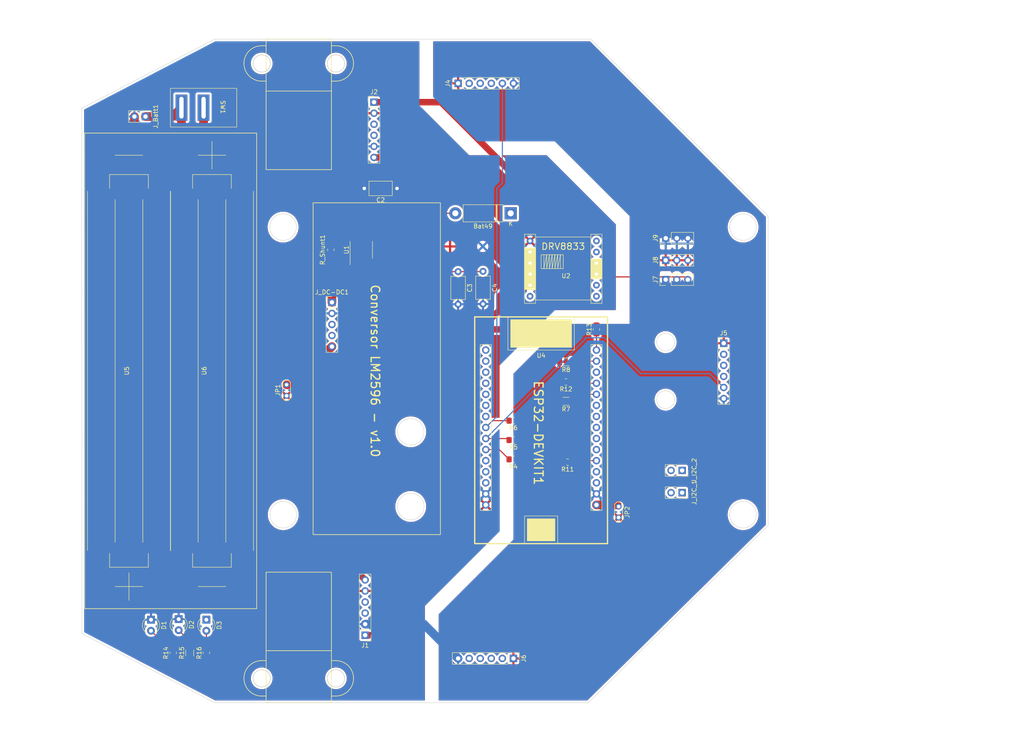
<source format=kicad_pcb>
(kicad_pcb (version 20211014) (generator pcbnew)
  (layers (0 "F.Cu" signal) (1 "In1.Cu" signal) (2 "In2.Cu" signal) (31 "B.Cu" signal) (34 "B.Paste" user) (35 "F.Paste" user) (36 "B.SilkS" user "B.Silkscreen") (37 "F.SilkS" user "F.Silkscreen") (38 "B.Mask" user) (39 "F.Mask" user) (44 "Edge.Cuts" user))
  (net 0 "")
  (net 1 "+BATT")
  (net 2 "GND")
  (net 3 "+5V")
  (net 4 "Net-(C3-Pad1)")
  (net 5 "VDC")
  (net 6 "Net-(JP2-Pad1)")
  (net 7 "/BATTERY_VOLTAGE")
  (net 8 "/PWM_LEFT-")
  (net 9 "/M_RIGHT-")
  (net 10 "/ENC_RIGHT_B")
  (net 11 "/ENC_RIGHT_A")
  (net 12 "/M_RIGHT+")
  (net 13 "+3V3")
  (net 14 "/GPIO1_L")
  (net 15 "/SDA")
  (net 16 "/SCL")
  (net 17 "/XSHUT_L")
  (net 18 "/GPIO1_C")
  (net 19 "/XSHUT_C")
  (net 20 "/GPIO1_R")
  (net 21 "/XSHUT_R")
  (net 22 "/PWM_LEFT+")
  (net 23 "VCC")
  (net 24 "/BATTERY_CURRENT")
  (net 26 "/PWM_RIGHT+")
  (net 27 "/PWM_RIGHT-")
  (net 28 "-BATT")
  (net 29 "Net-(D1-Pad2)")
  (net 30 "/M_LEFT+")
  (net 31 "/M_LEFT-")
  (net 32 "Net-(D2-Pad2)")
  (net 34 "/ENC_LEFT_B")
  (net 35 "/ENC_LEFT_A")
  (net 37 "Net-(D3-Pad2)")
  (net 40 "Net-(JP1-Pad2)")
  (net 44 "Net-(D3-Pad1)")
  (net 46 "/Vbe")
  (net 47 "/Vce")
  (footprint "TestPoint:TestPoint_2Pads_Pitch2.54mm_Drill0.8mm" (layer "F.Cu") (at 77.47 109.855 90)
    (fp_text reference "JP1" (at 1.3 -2 90) (layer "F.SilkS"))
    (fp_text value "Jumper_2_Open")
    (pad "1" thru_hole circle (at 0 0 90) (size 1.4 1.4) (drill 0.8) (layers *.Cu *.Mask) (net 3 "+5V"))
    (pad "2" thru_hole circle (at 2.54 0 90) (size 1.4 1.4) (drill 0.8) (layers *.Cu *.Mask) (net 40 "Net-(JP1-Pad2)"))
  )
  (footprint "TFG:SPDT Switch" (layer "F.Cu") (at 58.42 43.688)
    (fp_text reference "SW1" (at 4.425 -0.127 270 unlocked) (layer "F.SilkS"))
    (fp_text value "SW_SPST")
    (pad "1" thru_hole rect (at -5.08 0) (size 2.7 6) (drill oval 1 5) (layers *.Cu *.Mask) (net 1 "+BATT"))
    (pad "2" thru_hole rect (at 0 0) (size 2.7 6) (drill oval 1 5) (layers *.Cu *.Mask) (net 23 "VCC"))
  )
  (footprint "Connector_PinHeader_2.54mm:PinHeader_1x06_P2.54mm_Vertical" (layer "F.Cu") (at 95.504 164.846 180)
    (fp_text reference "J1" (at 0 -2.33) (layer "F.SilkS"))
    (fp_text value "Motor_Right")
    (pad "1" thru_hole rect (at 0 0 180) (size 1.7 1.7) (drill 1) (layers *.Cu *.Mask) (net 9 "/M_RIGHT-"))
    (pad "2" thru_hole oval (at 0 2.54 180) (size 1.7 1.7) (drill 1) (layers *.Cu *.Mask) (net 2 "GND"))
    (pad "3" thru_hole oval (at 0 5.08 180) (size 1.7 1.7) (drill 1) (layers *.Cu *.Mask) (net 10 "/ENC_RIGHT_B"))
    (pad "4" thru_hole oval (at 0 7.62 180) (size 1.7 1.7) (drill 1) (layers *.Cu *.Mask) (net 11 "/ENC_RIGHT_A"))
    (pad "5" thru_hole oval (at 0 10.16 180) (size 1.7 1.7) (drill 1) (layers *.Cu *.Mask) (net 3 "+5V"))
    (pad "6" thru_hole oval (at 0 12.7 180) (size 1.7 1.7) (drill 1) (layers *.Cu *.Mask) (net 12 "/M_RIGHT+"))
  )
  (footprint "Connector_PinHeader_2.54mm:PinHeader_1x03_P2.54mm_Vertical" (layer "F.Cu") (at 164.495 73.66 90)
    (fp_text reference "J9" (at 0 -2.33 90) (layer "F.SilkS"))
    (fp_text value "Conn_01x03")
    (pad "1" thru_hole rect (at 0 0 90) (size 1.7 1.7) (drill 1) (layers *.Cu *.Mask) (net 2 "GND"))
    (pad "2" thru_hole oval (at 0 2.54 90) (size 1.7 1.7) (drill 1) (layers *.Cu *.Mask) (net 2 "GND"))
    (pad "3" thru_hole oval (at 0 5.08 90) (size 1.7 1.7) (drill 1) (layers *.Cu *.Mask) (net 2 "GND"))
  )
  (footprint "Connector_PinHeader_2.54mm:PinHeader_1x03_P2.54mm_Vertical" (layer "F.Cu") (at 164.48 83.185 90)
    (fp_text reference "J7" (at 0 -2.33 90) (layer "F.SilkS"))
    (fp_text value "Conn_01x03")
    (pad "1" thru_hole rect (at 0 0 90) (size 1.7 1.7) (drill 1) (layers *.Cu *.Mask) (net 3 "+5V"))
    (pad "2" thru_hole oval (at 0 2.54 90) (size 1.7 1.7) (drill 1) (layers *.Cu *.Mask) (net 3 "+5V"))
    (pad "3" thru_hole oval (at 0 5.08 90) (size 1.7 1.7) (drill 1) (layers *.Cu *.Mask) (net 3 "+5V"))
  )
  (footprint "Resistor_SMD:R_0805_2012Metric" (layer "F.Cu") (at 51.435 168.91 90)
    (fp_text reference "R14" (at 0 -1.65 90) (layer "F.SilkS"))
    (fp_text value "300")
    (pad "1" smd roundrect (at -0.9125 0 90) (size 1.025 1.4) (layers "F.Cu" "F.Paste" "F.Mask") (roundrect_rratio 0.243902) (net 1 "+BATT"))
    (pad "2" smd roundrect (at 0.9125 0 90) (size 1.025 1.4) (layers "F.Cu" "F.Paste" "F.Mask") (roundrect_rratio 0.243902) (net 29 "Net-(D1-Pad2)"))
  )
  (footprint "TFG:DRV8833" (layer "F.Cu") (at 141.605 80.645)
    (fp_text reference "U2" (at 0 1.675 unlocked) (layer "F.SilkS"))
    (fp_text value "DRV8833")
    (pad "1" thru_hole circle (at -8.255 -6.35) (size 1.524 1.524) (drill 0.762) (layers *.Cu *.Mask) (net 3 "+5V"))
    (pad "2" thru_hole rect (at -8.255 -3.81) (size 1.524 1.524) (drill 0.762) (layers *.Cu *.Mask) (net 30 "/M_LEFT+"))
    (pad "3" thru_hole rect (at -8.255 -1.27) (size 1.524 1.524) (drill 0.762) (layers *.Cu *.Mask) (net 31 "/M_LEFT-"))
    (pad "4" thru_hole rect (at -8.255 1.27) (size 1.524 1.524) (drill 0.762) (layers *.Cu *.Mask) (net 12 "/M_RIGHT+"))
    (pad "5" thru_hole rect (at -8.255 3.81) (size 1.524 1.524) (drill 0.762) (layers *.Cu *.Mask) (net 9 "/M_RIGHT-"))
    (pad "6" thru_hole circle (at -8.255 6.35) (size 1.524 1.524) (drill 0.762) (layers *.Cu *.Mask))
    (pad "7" thru_hole circle (at 6.985 6.35) (size 1.524 1.524) (drill 0.762) (layers *.Cu *.Mask) (net 26 "/PWM_RIGHT+"))
    (pad "8" thru_hole circle (at 6.985 3.81) (size 1.524 1.524) (drill 0.762) (layers *.Cu *.Mask) (net 27 "/PWM_RIGHT-"))
    (pad "9" thru_hole rect (at 6.985 1.27) (size 1.524 1.524) (drill 0.762) (layers *.Cu *.Mask) (net 3 "+5V"))
    (pad "10" thru_hole rect (at 6.985 -1.27) (size 1.524 1.524) (drill 0.762) (layers *.Cu *.Mask) (net 2 "GND"))
    (pad "11" thru_hole circle (at 6.985 -3.81) (size 1.524 1.524) (drill 0.762) (layers *.Cu *.Mask) (net 22 "/PWM_LEFT+"))
    (pad "12" thru_hole circle (at 6.985 -6.35) (size 1.524 1.524) (drill 0.762) (layers *.Cu *.Mask) (net 8 "/PWM_LEFT-"))
  )
  (footprint "TFG:ESP32 DevKit-V1" (layer "F.Cu") (at 135.89 117.14)
    (fp_text reference "U4" (at 0 -16.53 unlocked) (layer "F.SilkS"))
    (fp_text value "Esp32-DevKit-V1")
    (pad "1" thru_hole circle (at -12.7 -17.78) (size 1.7 1.7) (drill 1) (layers *.Cu *.Mask))
    (pad "2" thru_hole circle (at -12.7 -15.24) (size 1.7 1.7) (drill 1) (layers *.Cu *.Mask) (net 35 "/ENC_LEFT_A"))
    (pad "3" thru_hole circle (at -12.7 -12.7) (size 1.7 1.7) (drill 1) (layers *.Cu *.Mask) (net 34 "/ENC_LEFT_B"))
    (pad "4" thru_hole circle (at -12.7 -10.16) (size 1.7 1.7) (drill 1) (layers *.Cu *.Mask) (net 11 "/ENC_RIGHT_A"))
    (pad "5" thru_hole circle (at -12.7 -7.62) (size 1.7 1.7) (drill 1) (layers *.Cu *.Mask) (net 10 "/ENC_RIGHT_B"))
    (pad "6" thru_hole circle (at -12.7 -5.08) (size 1.7 1.7) (drill 1) (layers *.Cu *.Mask) (net 24 "/BATTERY_CURRENT"))
    (pad "7" thru_hole circle (at -12.7 -2.54) (size 1.7 1.7) (drill 1) (layers *.Cu *.Mask) (net 7 "/BATTERY_VOLTAGE"))
    (pad "8" thru_hole circle (at -12.7 0) (size 1.7 1.7) (drill 1) (layers *.Cu *.Mask) (net 17 "/XSHUT_L"))
    (pad "9" thru_hole circle (at -12.7 2.54) (size 1.7 1.7) (drill 1) (layers *.Cu *.Mask) (net 19 "/XSHUT_C"))
    (pad "10" thru_hole circle (at -12.7 5.08) (size 1.7 1.7) (drill 1) (layers *.Cu *.Mask) (net 21 "/XSHUT_R"))
    (pad "11" thru_hole circle (at -12.7 7.62) (size 1.7 1.7) (drill 1) (layers *.Cu *.Mask) (net 8 "/PWM_LEFT-"))
    (pad "12" thru_hole circle (at -12.7 10.16) (size 1.7 1.7) (drill 1) (layers *.Cu *.Mask))
    (pad "13" thru_hole circle (at -12.7 12.7) (size 1.7 1.7) (drill 1) (layers *.Cu *.Mask) (net 22 "/PWM_LEFT+"))
    (pad "14" thru_hole circle (at -12.7 15.24) (size 1.7 1.7) (drill 1) (layers *.Cu *.Mask) (net 2 "GND"))
    (pad "15" thru_hole circle (at -12.7 17.78) (size 1.7 1.7) (drill 1) (layers *.Cu *.Mask) (net 3 "+5V"))
    (pad "16" thru_hole circle (at 12.7 17.78) (size 1.7 1.7) (drill 1) (layers *.Cu *.Mask) (net 6 "Net-(JP2-Pad1)"))
    (pad "17" thru_hole circle (at 12.7 15.24) (size 1.7 1.7) (drill 1) (layers *.Cu *.Mask) (net 2 "GND"))
    (pad "18" thru_hole circle (at 12.7 12.7) (size 1.7 1.7) (drill 1) (layers *.Cu *.Mask))
    (pad "19" thru_hole circle (at 12.7 10.16) (size 1.7 1.7) (drill 1) (layers *.Cu *.Mask))
    (pad "20" thru_hole circle (at 12.7 7.62) (size 1.7 1.7) (drill 1) (layers *.Cu *.Mask) (net 20 "/GPIO1_R"))
    (pad "21" thru_hole circle (at 12.7 5.08) (size 1.7 1.7) (drill 1) (layers *.Cu *.Mask))
    (pad "22" thru_hole circle (at 12.7 2.54) (size 1.7 1.7) (drill 1) (layers *.Cu *.Mask))
    (pad "23" thru_hole circle (at 12.7 0) (size 1.7 1.7) (drill 1) (layers *.Cu *.Mask))
    (pad "24" thru_hole circle (at 12.7 -2.54) (size 1.7 1.7) (drill 1) (layers *.Cu *.Mask) (net 26 "/PWM_RIGHT+"))
    (pad "25" thru_hole circle (at 12.7 -5.08) (size 1.7 1.7) (drill 1) (layers *.Cu *.Mask) (net 27 "/PWM_RIGHT-"))
    (pad "26" thru_hole circle (at 12.7 -7.62) (size 1.7 1.7) (drill 1) (layers *.Cu *.Mask) (net 15 "/SDA"))
    (pad "27" thru_hole circle (at 12.7 -10.16) (size 1.7 1.7) (drill 1) (layers *.Cu *.Mask) (net 14 "/GPIO1_L"))
    (pad "28" thru_hole circle (at 12.7 -12.7) (size 1.7 1.7) (drill 1) (layers *.Cu *.Mask))
    (pad "29" thru_hole circle (at 12.7 -15.24) (size 1.7 1.7) (drill 1) (layers *.Cu *.Mask) (net 16 "/SCL"))
    (pad "30" thru_hole circle (at 12.7 -17.78) (size 1.7 1.7) (drill 1) (layers *.Cu *.Mask) (net 18 "/GPIO1_C"))
  )
  (footprint "Resistor_SMD:R_0805_2012Metric" (layer "F.Cu") (at 87.63 76.327 -90)
    (fp_text reference "R_Shunt1" (at 0 1.905 90) (layer "F.SilkS"))
    (fp_text value "0.075 Ohm")
    (pad "1" smd roundrect (at -0.9125 0 270) (size 1.025 1.4) (layers "F.Cu" "F.Paste" "F.Mask") (roundrect_rratio 0.243902) (net 23 "VCC"))
    (pad "2" smd roundrect (at 0.9125 0 270) (size 1.025 1.4) (layers "F.Cu" "F.Paste" "F.Mask") (roundrect_rratio 0.243902) (net 5 "VDC"))
  )
  (footprint "Package_SO:SOIC-8_3.9x4.9mm_P1.27mm" (layer "F.Cu") (at 94.615 76.327 90)
    (fp_text reference "U1" (at 0 -3.4 90) (layer "F.SilkS"))
    (fp_text value "INA270")
    (pad "1" smd roundrect (at -2.475 -1.905 90) (size 1.95 0.6) (layers "F.Cu" "F.Paste" "F.Mask") (net 5 "VDC"))
    (pad "2" smd roundrect (at -2.475 -0.635 90) (size 1.95 0.6) (layers "F.Cu" "F.Paste" "F.Mask") (net 2 "GND"))
    (pad "3" smd roundrect (at -2.475 0.635 90) (size 1.95 0.6) (layers "F.Cu" "F.Paste" "F.Mask") (net 4 "Net-(C3-Pad1)"))
    (pad "4" smd roundrect (at -2.475 1.905 90) (size 1.95 0.6) (layers "F.Cu" "F.Paste" "F.Mask") (net 4 "Net-(C3-Pad1)"))
    (pad "5" smd roundrect (at 2.475 1.905 90) (size 1.95 0.6) (layers "F.Cu" "F.Paste" "F.Mask") (net 24 "/BATTERY_CURRENT"))
    (pad "6" smd roundrect (at 2.475 0.635 90) (size 1.95 0.6) (layers "F.Cu" "F.Paste" "F.Mask") (net 3 "+5V"))
    (pad "7" smd roundrect (at 2.475 -0.635 90) (size 1.95 0.6) (layers "F.Cu" "F.Paste" "F.Mask") (net 2 "GND"))
    (pad "8" smd roundrect (at 2.475 -1.905 90) (size 1.95 0.6) (layers "F.Cu" "F.Paste" "F.Mask") (net 23 "VCC"))
  )
  (footprint "Resistor_SMD:R_0805_2012Metric" (layer "F.Cu") (at 59.055 168.91 90)
    (fp_text reference "R16" (at 0 -1.65 90) (layer "F.SilkS"))
    (fp_text value "300")
    (pad "1" smd roundrect (at -0.9125 0 90) (size 1.025 1.4) (layers "F.Cu" "F.Paste" "F.Mask") (roundrect_rratio 0.243902) (net 1 "+BATT"))
    (pad "2" smd roundrect (at 0.9125 0 90) (size 1.025 1.4) (layers "F.Cu" "F.Paste" "F.Mask") (roundrect_rratio 0.243902) (net 37 "Net-(D3-Pad2)"))
  )
  (footprint "TFG:BatteryHolder_18650" (layer "F.Cu") (at 41.295 104.14 90)
    (fp_text reference "U5" (at 0 -0.5 90 unlocked) (layer "F.SilkS"))
    (fp_text value "BatteryHolder_18650")
    (pad "1" smd roundrect (at -41.275 0 90) (size 6 7) (layers "F.Cu" "F.Paste" "F.Mask") (net 28 "-BATT"))
    (pad "2" smd roundrect (at 41.275 0 90) (size 6 7) (layers "F.Cu" "F.Paste" "F.Mask") (net 2 "GND"))
  )
  (footprint "TFG:BatteryHolder_18650" (layer "F.Cu") (at 60.345 104.14 -90)
    (fp_text reference "U6" (at -0.0254 1.7808 -270 unlocked) (layer "F.SilkS"))
    (fp_text value "BatteryHolder_18650")
    (pad "1" smd roundrect (at -41.275 0 270) (size 6 7) (layers "F.Cu" "F.Paste" "F.Mask") (net 1 "+BATT"))
    (pad "2" smd roundrect (at 41.275 0 270) (size 6 7) (layers "F.Cu" "F.Paste" "F.Mask") (net 28 "-BATT"))
  )
  (footprint "Resistor_SMD:R_0805_2012Metric_Pad1.20x1.40mm_HandSolder" (layer "F.Cu") (at 129.54 115.57 180)
    (fp_text reference "R6" (at 0 -1.65) (layer "F.SilkS"))
    (fp_text value "9.1k")
    (pad "1" smd roundrect (at -1 0 180) (size 1.2 1.4) (layers "F.Cu" "F.Paste" "F.Mask") (roundrect_rratio 0.208333) (net 13 "+3V3"))
    (pad "2" smd roundrect (at 1 0 180) (size 1.2 1.4) (layers "F.Cu" "F.Paste" "F.Mask") (roundrect_rratio 0.208333) (net 17 "/XSHUT_L"))
  )
  (footprint "Connector_PinHeader_2.54mm:PinHeader_1x02_P2.54mm_Vertical" (layer "F.Cu") (at 45.09 45.72 -90)
    (fp_text reference "J_Batt1" (at 0 -2.33 90) (layer "F.SilkS"))
    (fp_text value "Conn_01x02")
    (pad "1" thru_hole rect (at 0 0 270) (size 1.7 1.7) (drill 1) (layers *.Cu *.Mask) (net 1 "+BATT"))
    (pad "2" thru_hole oval (at 0 2.54 270) (size 1.7 1.7) (drill 1) (layers *.Cu *.Mask) (net 2 "GND"))
  )
  (footprint "TestPoint:TestPoint_2Pads_Pitch2.54mm_Drill0.8mm" (layer "F.Cu") (at 153.67 135.275 -90)
    (fp_text reference "JP2" (at 1.3 -2 90) (layer "F.SilkS"))
    (fp_text value "Jumper_2_Open")
    (pad "1" thru_hole circle (at 0 0 270) (size 1.4 1.4) (drill 0.8) (layers *.Cu *.Mask) (net 6 "Net-(JP2-Pad1)"))
    (pad "2" thru_hole circle (at 2.54 0 270) (size 1.4 1.4) (drill 0.8) (layers *.Cu *.Mask) (net 13 "+3V3"))
  )
  (footprint "Connector_PinHeader_2.54mm:PinHeader_1x03_P2.54mm_Vertical" (layer "F.Cu") (at 164.48 78.74 90)
    (fp_text reference "J8" (at 0 -2.33 90) (layer "F.SilkS"))
    (fp_text value "Conn_01x03")
    (pad "1" thru_hole rect (at 0 0 90) (size 1.7 1.7) (drill 1) (layers *.Cu *.Mask) (net 13 "+3V3"))
    (pad "2" thru_hole oval (at 0 2.54 90) (size 1.7 1.7) (drill 1) (layers *.Cu *.Mask) (net 13 "+3V3"))
    (pad "3" thru_hole oval (at 0 5.08 90) (size 1.7 1.7) (drill 1) (layers *.Cu *.Mask) (net 13 "+3V3"))
  )
  (footprint "Resistor_SMD:R_1206_3216Metric" (layer "F.Cu") (at 141.605 102.0572 180)
    (fp_text reference "R8" (at 0 -1.82) (layer "F.SilkS"))
    (fp_text value "1.8k")
    (pad "1" smd roundrect (at -1.4625 0 180) (size 1.125 1.75) (layers "F.Cu" "F.Paste" "F.Mask") (roundrect_rratio 0.222222) (net 16 "/SCL"))
    (pad "2" smd roundrect (at 1.4625 0 180) (size 1.125 1.75) (layers "F.Cu" "F.Paste" "F.Mask") (roundrect_rratio 0.222222) (net 13 "+3V3"))
  )
  (footprint "Capacitor_THT:C_Axial_L5.1mm_D3.1mm_P7.50mm_Horizontal" (layer "F.Cu") (at 122.555 81.28 -90)
    (fp_text reference "C4" (at 3.75 -2.67 90) (layer "F.SilkS"))
    (fp_text value "100 nF")
    (pad "1" thru_hole circle (at 0 0 270) (size 1.6 1.6) (drill 0.8) (layers *.Cu *.Mask) (net 4 "Net-(C3-Pad1)"))
    (pad "2" thru_hole oval (at 7.5 0 270) (size 1.6 1.6) (drill 0.8) (layers *.Cu *.Mask) (net 2 "GND"))
  )
  (footprint "Connector_PinSocket_2.54mm:PinSocket_1x02_P2.54mm_Vertical" (layer "F.Cu") (at 168.255 127 -90)
    (fp_text reference "J_I2C_2" (at 0 -2.77 90) (layer "F.SilkS"))
    (fp_text value "Conn_01x02")
    (pad "1" thru_hole rect (at 0 0 270) (size 1.7 1.7) (drill 1) (layers *.Cu *.Mask) (net 16 "/SCL"))
    (pad "2" thru_hole oval (at 0 2.54 270) (size 1.7 1.7) (drill 1) (layers *.Cu *.Mask) (net 15 "/SDA"))
  )
  (footprint "Resistor_SMD:R_0805_2012Metric_Pad1.20x1.40mm_HandSolder" (layer "F.Cu") (at 129.54 124.46 180)
    (fp_text reference "R4" (at 0 -1.65) (layer "F.SilkS"))
    (fp_text value "9.1k")
    (pad "1" smd roundrect (at -1 0 180) (size 1.2 1.4) (layers "F.Cu" "F.Paste" "F.Mask") (roundrect_rratio 0.208333) (net 13 "+3V3"))
    (pad "2" smd roundrect (at 1 0 180) (size 1.2 1.4) (layers "F.Cu" "F.Paste" "F.Mask") (roundrect_rratio 0.208333) (net 21 "/XSHUT_R"))
  )
  (footprint "Connector_PinHeader_2.54mm:PinHeader_1x06_P2.54mm_Vertical" (layer "F.Cu") (at 116.84 38.1 90)
    (fp_text reference "J4" (at 0 -2.33 90) (layer "F.SilkS"))
    (fp_text value "Left_VL53L0X")
    (pad "1" thru_hole rect (at 0 0 90) (size 1.7 1.7) (drill 1) (layers *.Cu *.Mask) (net 13 "+3V3"))
    (pad "2" thru_hole oval (at 0 2.54 90) (size 1.7 1.7) (drill 1) (layers *.Cu *.Mask) (net 14 "/GPIO1_L"))
    (pad "3" thru_hole oval (at 0 5.08 90) (size 1.7 1.7) (drill 1) (layers *.Cu *.Mask) (net 15 "/SDA"))
    (pad "4" thru_hole oval (at 0 7.62 90) (size 1.7 1.7) (drill 1) (layers *.Cu *.Mask) (net 16 "/SCL"))
    (pad "5" thru_hole oval (at 0 10.16 90) (size 1.7 1.7) (drill 1) (layers *.Cu *.Mask) (net 17 "/XSHUT_L"))
    (pad "6" thru_hole oval (at 0 12.7 90) (size 1.7 1.7) (drill 1) (layers *.Cu *.Mask) (net 2 "GND"))
  )
  (footprint "LED_THT:LED_D3.0mm" (layer "F.Cu") (at 52.705 161.158 -90)
    (fp_text reference "D2" (at 1.27 -2.96 90) (layer "F.SilkS"))
    (fp_text value "LED")
    (pad "1" thru_hole rect (at 0 0 270) (size 1.8 1.8) (drill 0.9) (layers *.Cu *.Mask) (net 2 "GND"))
    (pad "2" thru_hole circle (at 2.54 0 270) (size 1.8 1.8) (drill 0.9) (layers *.Cu *.Mask) (net 32 "Net-(D2-Pad2)"))
  )
  (footprint "Resistor_SMD:R_0805_2012Metric_Pad1.20x1.40mm_HandSolder" (layer "F.Cu") (at 148.59 94.615 90)
    (fp_text reference "R13" (at 0 -1.65 90) (layer "F.SilkS"))
    (fp_text value "9.1k")
    (pad "1" smd roundrect (at -1 0 90) (size 1.2 1.4) (layers "F.Cu" "F.Paste" "F.Mask") (roundrect_rratio 0.208333) (net 18 "/GPIO1_C"))
    (pad "2" smd roundrect (at 1 0 90) (size 1.2 1.4) (layers "F.Cu" "F.Paste" "F.Mask") (roundrect_rratio 0.208333) (net 13 "+3V3"))
  )
  (footprint "Resistor_SMD:R_1206_3216Metric" (layer "F.Cu") (at 141.605 111.125 180)
    (fp_text reference "R7" (at 0 -1.82) (layer "F.SilkS"))
    (fp_text value "1.8k")
    (pad "1" smd roundrect (at -1.4625 0 180) (size 1.125 1.75) (layers "F.Cu" "F.Paste" "F.Mask") (roundrect_rratio 0.222222) (net 15 "/SDA"))
    (pad "2" smd roundrect (at 1.4625 0 180) (size 1.125 1.75) (layers "F.Cu" "F.Paste" "F.Mask") (roundrect_rratio 0.222222) (net 13 "+3V3"))
  )
  (footprint "Diode_THT:D_5W_P12.70mm_Horizontal" (layer "F.Cu") (at 128.905 67.945 180)
    (fp_text reference "Bat49" (at 6.35 -2.97) (layer "F.SilkS"))
    (fp_text value "D_Schottky")
    (fp_text user "K" (at 0 -2.4) (layer "F.SilkS"))
    (pad "1" thru_hole rect (at 0 0 180) (size 2.8 2.8) (drill 1.4) (layers *.Cu *.Mask) (net 13 "+3V3"))
    (pad "2" thru_hole oval (at 12.7 0 180) (size 2.8 2.8) (drill 1.4) (layers *.Cu *.Mask) (net 24 "/BATTERY_CURRENT"))
  )
  (footprint "Resistor_SMD:R_1206_3216Metric" (layer "F.Cu") (at 55.245 168.91 90)
    (fp_text reference "R15" (at 0 -1.82 90) (layer "F.SilkS"))
    (fp_text value "150")
    (pad "1" smd roundrect (at -1.4625 0 90) (size 1.125 1.75) (layers "F.Cu" "F.Paste" "F.Mask") (roundrect_rratio 0.222222) (net 3 "+5V"))
    (pad "2" smd roundrect (at 1.4625 0 90) (size 1.125 1.75) (layers "F.Cu" "F.Paste" "F.Mask") (roundrect_rratio 0.222222) (net 32 "Net-(D2-Pad2)"))
  )
  (footprint "LED_THT:LED_D3.0mm" (layer "F.Cu") (at 59.055 161.285 -90)
    (fp_text reference "D3" (at 1.27 -2.96 90) (layer "F.SilkS"))
    (fp_text value "LED")
    (pad "1" thru_hole rect (at 0 0 270) (size 1.8 1.8) (drill 0.9) (layers *.Cu *.Mask) (net 44 "Net-(D3-Pad1)"))
    (pad "2" thru_hole circle (at 2.54 0 270) (size 1.8 1.8) (drill 0.9) (layers *.Cu *.Mask) (net 37 "Net-(D3-Pad2)"))
  )
  (footprint "Resistor_SMD:R_0805_2012Metric_Pad1.20x1.40mm_HandSolder" (layer "F.Cu") (at 141.605 106.68 180)
    (fp_text reference "R12" (at 0 -1.65) (layer "F.SilkS"))
    (fp_text value "9.1k")
    (pad "1" smd roundrect (at -1 0 180) (size 1.2 1.4) (layers "F.Cu" "F.Paste" "F.Mask") (roundrect_rratio 0.208333) (net 14 "/GPIO1_L"))
    (pad "2" smd roundrect (at 1 0 180) (size 1.2 1.4) (layers "F.Cu" "F.Paste" "F.Mask") (roundrect_rratio 0.208333) (net 13 "+3V3"))
  )
  (footprint "Connector_PinSocket_2.54mm:PinSocket_1x02_P2.54mm_Vertical" (layer "F.Cu") (at 168.255 132.105 -90)
    (fp_text reference "J_I2C_1" (at 0 -2.77 90) (layer "F.SilkS"))
    (fp_text value "Conn_01x02")
    (pad "1" thru_hole rect (at 0 0 270) (size 1.7 1.7) (drill 1) (layers *.Cu *.Mask) (net 16 "/SCL"))
    (pad "2" thru_hole oval (at 0 2.54 270) (size 1.7 1.7) (drill 1) (layers *.Cu *.Mask) (net 15 "/SDA"))
  )
  (footprint "Resistor_SMD:R_0805_2012Metric_Pad1.20x1.40mm_HandSolder" (layer "F.Cu") (at 141.97 125.095 180)
    (fp_text reference "R11" (at 0 -1.65) (layer "F.SilkS"))
    (fp_text value "9.1k")
    (pad "1" smd roundrect (at -1 0 180) (size 1.2 1.4) (layers "F.Cu" "F.Paste" "F.Mask") (roundrect_rratio 0.208333) (net 20 "/GPIO1_R"))
    (pad "2" smd roundrect (at 1 0 180) (size 1.2 1.4) (layers "F.Cu" "F.Paste" "F.Mask") (roundrect_rratio 0.208333) (net 13 "+3V3"))
  )
  (footprint "Capacitor_THT:C_Axial_L5.1mm_D3.1mm_P7.50mm_Horizontal" (layer "F.Cu") (at 102.81 62.23 180)
    (fp_text reference "C2" (at 3.75 -2.67) (layer "F.SilkS"))
    (fp_text value "10 nF")
    (pad "1" thru_hole circle (at 0 0 180) (size 1.6 1.6) (drill 0.8) (layers *.Cu *.Mask) (net 2 "GND"))
    (pad "2" thru_hole oval (at 7.5 0 180) (size 1.6 1.6) (drill 0.8) (layers *.Cu *.Mask) (net 3 "+5V"))
  )
  (footprint "Connector_PinHeader_2.54mm:PinHeader_1x06_P2.54mm_Vertical" (layer "F.Cu") (at 97.536 42.418)
    (fp_text reference "J2" (at 0 -2.33) (layer "F.SilkS"))
    (fp_text value "Motor_Left")
    (pad "1" thru_hole rect (at 0 0) (size 1.7 1.7) (drill 1) (layers *.Cu *.Mask) (net 30 "/M_LEFT+"))
    (pad "2" thru_hole oval (at 0 2.54) (size 1.7 1.7) (drill 1) (layers *.Cu *.Mask) (net 3 "+5V"))
    (pad "3" thru_hole oval (at 0 5.08) (size 1.7 1.7) (drill 1) (layers *.Cu *.Mask) (net 35 "/ENC_LEFT_A"))
    (pad "4" thru_hole oval (at 0 7.62) (size 1.7 1.7) (drill 1) (layers *.Cu *.Mask) (net 34 "/ENC_LEFT_B"))
    (pad "5" thru_hole oval (at 0 10.16) (size 1.7 1.7) (drill 1) (layers *.Cu *.Mask) (net 2 "GND"))
    (pad "6" thru_hole oval (at 0 12.7) (size 1.7 1.7) (drill 1) (layers *.Cu *.Mask) (net 31 "/M_LEFT-"))
  )
  (footprint "Resistor_SMD:R_0805_2012Metric_Pad1.20x1.40mm_HandSolder" (layer "F.Cu") (at 129.54 120.015 180)
    (fp_text reference "R5" (at 0 -1.65) (layer "F.SilkS"))
    (fp_text value "9.1k")
    (pad "1" smd roundrect (at -1 0 180) (size 1.2 1.4) (layers "F.Cu" "F.Paste" "F.Mask") (roundrect_rratio 0.208333) (net 13 "+3V3"))
    (pad "2" smd roundrect (at 1 0 180) (size 1.2 1.4) (layers "F.Cu" "F.Paste" "F.Mask") (roundrect_rratio 0.208333) (net 19 "/XSHUT_C"))
  )
  (footprint "Connector_PinHeader_2.54mm:PinHeader_1x05_P2.54mm_Vertical" (layer "F.Cu") (at 87.884 88.392)
    (fp_text reference "J_DC-DC1" (at 0 -2.33) (layer "F.SilkS"))
    (fp_text value "Conn_01x05")
    (pad "1" thru_hole rect (at 0 0) (size 1.7 1.7) (drill 1) (layers *.Cu *.Mask) (net 5 "VDC"))
    (pad "2" thru_hole oval (at 0 2.54) (size 1.7 1.7) (drill 1) (layers *.Cu *.Mask) (net 2 "GND"))
    (pad "3" thru_hole oval (at 0 5.08) (size 1.7 1.7) (drill 1) (layers *.Cu *.Mask) (net 46 "/Vbe"))
    (pad "4" thru_hole oval (at 0 7.62) (size 1.7 1.7) (drill 1) (layers *.Cu *.Mask) (net 47 "/Vce"))
    (pad "5" thru_hole oval (at 0 10.16) (size 1.7 1.7) (drill 1) (layers *.Cu *.Mask) (net 40 "Net-(JP1-Pad2)"))
  )
  (footprint "Connector_PinHeader_2.54mm:PinHeader_1x06_P2.54mm_Vertical" (layer "F.Cu") (at 129.54 170.18 -90)
    (fp_text reference "J6" (at 0 -2.33 90) (layer "F.SilkS"))
    (fp_text value "Right_VL53L0X")
    (pad "1" thru_hole rect (at 0 0 270) (size 1.7 1.7) (drill 1) (layers *.Cu *.Mask) (net 13 "+3V3"))
    (pad "2" thru_hole oval (at 0 2.54 270) (size 1.7 1.7) (drill 1) (layers *.Cu *.Mask) (net 20 "/GPIO1_R"))
    (pad "3" thru_hole oval (at 0 5.08 270) (size 1.7 1.7) (drill 1) (layers *.Cu *.Mask) (net 15 "/SDA"))
    (pad "4" thru_hole oval (at 0 7.62 270) (size 1.7 1.7) (drill 1) (layers *.Cu *.Mask) (net 16 "/SCL"))
    (pad "5" thru_hole oval (at 0 10.16 270) (size 1.7 1.7) (drill 1) (layers *.Cu *.Mask) (net 21 "/XSHUT_R"))
    (pad "6" thru_hole oval (at 0 12.7 270) (size 1.7 1.7) (drill 1) (layers *.Cu *.Mask) (net 2 "GND"))
  )
  (footprint "Capacitor_THT:C_Axial_L5.1mm_D3.1mm_P7.50mm_Horizontal" (layer "F.Cu") (at 116.84 81.34 -90)
    (fp_text reference "C3" (at 3.75 -2.67 -270) (layer "F.SilkS"))
    (fp_text value "10 nF")
    (pad "1" thru_hole circle (at 0 0 270) (size 1.6 1.6) (drill 0.8) (layers *.Cu *.Mask) (net 4 "Net-(C3-Pad1)"))
    (pad "2" thru_hole oval (at 7.5 0 270) (size 1.6 1.6) (drill 0.8) (layers *.Cu *.Mask) (net 2 "GND"))
  )
  (footprint "Connector_PinHeader_2.54mm:PinHeader_1x06_P2.54mm_Vertical" (layer "F.Cu") (at 177.8 97.79)
    (fp_text reference "J5" (at 0 -2.33) (layer "F.SilkS"))
    (fp_text value "Center_VL53L0X")
    (pad "1" thru_hole rect (at 0 0) (size 1.7 1.7) (drill 1) (layers *.Cu *.Mask) (net 13 "+3V3"))
    (pad "2" thru_hole oval (at 0 2.54) (size 1.7 1.7) (drill 1) (layers *.Cu *.Mask) (net 18 "/GPIO1_C"))
    (pad "3" thru_hole oval (at 0 5.08) (size 1.7 1.7) (drill 1) (layers *.Cu *.Mask) (net 15 "/SDA"))
    (pad "4" thru_hole oval (at 0 7.62) (size 1.7 1.7) (drill 1) (layers *.Cu *.Mask) (net 16 "/SCL"))
    (pad "5" thru_hole oval (at 0 10.16) (size 1.7 1.7) (drill 1) (layers *.Cu *.Mask) (net 19 "/XSHUT_C"))
    (pad "6" thru_hole oval (at 0 12.7) (size 1.7 1.7) (drill 1) (layers *.Cu *.Mask) (net 2 "GND"))
  )
  (footprint "LED_THT:LED_D3.0mm" (layer "F.Cu") (at 46.355 161.29 -90)
    (fp_text reference "D1" (at 1.27 -2.96 90) (layer "F.SilkS"))
    (fp_text value "LED")
    (pad "1" thru_hole rect (at 0 0 270) (size 1.8 1.8) (drill 0.9) (layers *.Cu *.Mask) (net 2 "GND"))
    (pad "2" thru_hole circle (at 2.54 0 270) (size 1.8 1.8) (drill 0.9) (layers *.Cu *.Mask) (net 29 "Net-(D1-Pad2)"))
  )
  (gr_arc (start 71.755 37.592) (mid 68.881318 36.401682) (end 67.691 33.528) (layer "F.SilkS") (width 0.15))
  (gr_arc (start 67.691 33.528) (mid 68.881318 30.654318) (end 71.755 29.464) (layer "F.SilkS") (width 0.15))
  (gr_rect (start 31.115 49.53) (end 70.612 158.75) (layer "F.SilkS") (width 0.15) (fill none))
  (gr_rect (start 72.771 27.94) (end 87.757 57.912) (layer "F.SilkS") (width 0.15) (fill none))
  (gr_line (start 72.771 39.878) (end 87.757 39.878) (layer "F.SilkS") (width 0.15))
  (gr_rect (start 83.566 65.532) (end 112.776 141.732) (layer "F.SilkS") (width 0.15) (fill none))
  (gr_line (start 71.755 170.688) (end 72.771 170.688) (layer "F.SilkS") (width 0.15))
  (gr_line (start 88.773 170.688) (end 87.757 170.688) (layer "F.SilkS") (width 0.15))
  (gr_line (start 71.755 29.464) (end 72.771 29.464) (layer "F.SilkS") (width 0.15))
  (gr_arc (start 92.837 174.752) (mid 91.646682 177.625682) (end 88.773 178.816) (layer "F.SilkS") (width 0.15))
  (gr_line (start 88.773 37.592) (end 87.757 37.592) (layer "F.SilkS") (width 0.15))
  (gr_arc (start 88.773 29.464) (mid 91.646682 30.654318) (end 92.837 33.528) (layer "F.SilkS") (width 0.15))
  (gr_arc (start 88.773 170.688) (mid 91.646682 171.878318) (end 92.837 174.752) (layer "F.SilkS") (width 0.15))
  (gr_line (start 88.773 178.816) (end 87.757 178.816) (layer "F.SilkS") (width 0.15))
  (gr_line (start 88.773 29.464) (end 87.757 29.464) (layer "F.SilkS") (width 0.15))
  (gr_line (start 87.757 168.402) (end 72.771 168.402) (layer "F.SilkS") (width 0.15))
  (gr_line (start 71.755 178.816) (end 72.771 178.816) (layer "F.SilkS") (width 0.15))
  (gr_line (start 71.755 37.592) (end 72.771 37.592) (layer "F.SilkS") (width 0.15))
  (gr_arc (start 67.691 174.752) (mid 68.881318 171.878318) (end 71.755 170.688) (layer "F.SilkS") (width 0.15))
  (gr_arc (start 92.837 33.528) (mid 91.646682 36.401682) (end 88.773 37.592) (layer "F.SilkS") (width 0.15))
  (gr_arc (start 71.755 178.816) (mid 68.881318 177.625682) (end 67.691 174.752) (layer "F.SilkS") (width 0.15))
  (gr_rect (start 87.757 180.34) (end 72.771 150.368) (layer "F.SilkS") (width 0.15) (fill none))
  (gr_arc (start 73.7616 33.528) (mid 69.893254 34.153349) (end 73.366444 32.338931) (layer "Edge.Cuts") (width 0.15))
  (gr_arc (start 73.7616 174.752) (mid 69.893254 175.377349) (end 73.366444 173.562931) (layer "Edge.Cuts") (width 0.15))
  (gr_line (start 146.705 180.34) (end 187.98 139.7) (layer "Edge.Cuts") (width 0.1))
  (gr_arc (start 90.384443 32.338932) (mid 90.678314 32.901465) (end 90.779599 33.528) (layer "Edge.Cuts") (width 0.15))
  (gr_arc (start 166.497 97.536) (mid 162.448224 97.784274) (end 166.43633 97.043168) (layer "Edge.Cuts") (width 0.1))
  (gr_arc (start 166.43633 110.251168) (mid 166.481776 110.495724) (end 166.497 110.744) (layer "Edge.Cuts") (width 0.1))
  (gr_line (start 30.48 43.815) (end 30.5 164.465) (layer "Edge.Cuts") (width 0.1))
  (gr_arc (start 102.920808 135.2804) (mid 108.977451 134.792167) (end 103.077221 136.244262) (layer "Edge.Cuts") (width 0.1))
  (gr_line (start 60.98 27.94) (end 30.48 43.815) (layer "Edge.Cuts") (width 0.1))
  (gr_line (start 187.98 68.58) (end 147.32 27.94) (layer "Edge.Cuts") (width 0.1))
  (gr_arc (start 102.920808 118.1354) (mid 108.977451 117.647167) (end 103.077221 119.099262) (layer "Edge.Cuts") (width 0.1))
  (gr_arc (start 90.384443 173.562932) (mid 90.678314 174.125465) (end 90.779599 174.752) (layer "Edge.Cuts") (width 0.15))
  (gr_line (start 147.32 27.94) (end 60.98 27.94) (layer "Edge.Cuts") (width 0.1))
  (gr_line (start 60.98 180.34) (end 146.705 180.34) (layer "Edge.Cuts") (width 0.1))
  (gr_arc (start 179.353413 72.083862) (mid 179.236357 71.608235) (end 179.197 71.12) (layer "Edge.Cuts") (width 0.1))
  (gr_arc (start 90.7796 174.752) (mid 86.911254 175.377349) (end 90.384444 173.562931) (layer "Edge.Cuts") (width 0.15))
  (gr_arc (start 73.366443 173.562932) (mid 73.660314 174.125465) (end 73.761599 174.752) (layer "Edge.Cuts") (width 0.15))
  (gr_arc (start 103.077221 119.099262) (mid 102.960165 118.623635) (end 102.920808 118.1354) (layer "Edge.Cuts") (width 0.1))
  (gr_arc (start 179.197 137.16) (mid 185.253643 136.671767) (end 179.353413 138.123862) (layer "Edge.Cuts") (width 0.1))
  (gr_arc (start 73.816413 138.123862) (mid 73.699357 137.648235) (end 73.66 137.16) (layer "Edge.Cuts") (width 0.1))
  (gr_arc (start 73.66 137.16) (mid 79.716643 136.671767) (end 73.816413 138.123862) (layer "Edge.Cuts") (width 0.1))
  (gr_arc (start 73.366443 32.338932) (mid 73.660314 32.901465) (end 73.761599 33.528) (layer "Edge.Cuts") (width 0.15))
  (gr_line (start 187.98 68.58) (end 187.98 68.58) (layer "Edge.Cuts") (width 0.1))
  (gr_line (start 187.98 68.58) (end 187.98 68.58) (layer "Edge.Cuts") (width 0.1))
  (gr_arc (start 179.353413 138.123862) (mid 179.236357 137.648235) (end 179.197 137.16) (layer "Edge.Cuts") (width 0.1))
  (gr_arc (start 179.197 71.12) (mid 185.253643 70.631767) (end 179.353413 72.083862) (layer "Edge.Cuts") (width 0.1))
  (gr_line (start 187.98 139.7) (end 187.98 68.58) (layer "Edge.Cuts") (width 0.1))
  (gr_arc (start 73.777056 72.083862) (mid 73.66 71.608235) (end 73.620643 71.12) (layer "Edge.Cuts") (width 0.1))
  (gr_arc (start 166.43633 97.043168) (mid 166.481776 97.287724) (end 166.497 97.536) (layer "Edge.Cuts") (width 0.1))
  (gr_arc (start 103.077221 136.244262) (mid 102.960165 135.768635) (end 102.920808 135.2804) (layer "Edge.Cuts") (width 0.1))
  (gr_arc (start 90.7796 33.528) (mid 86.911254 34.153349) (end 90.384444 32.338931) (layer "Edge.Cuts") (width 0.15))
  (gr_line (start 30.5 164.465) (end 60.98 180.34) (layer "Edge.Cuts") (width 0.1))
  (gr_arc (start 166.497 110.744) (mid 162.448224 110.992274) (end 166.43633 110.251168) (layer "Edge.Cuts") (width 0.1))
  (gr_arc (start 73.620643 71.12) (mid 79.677286 70.631767) (end 73.777056 72.083862) (layer "Edge.Cuts") (width 0.1))
  (gr_text "ESP32-DEVKIT1" (at 135.255 118.39 270) (layer "F.SilkS") (effects (font (size 2 2) (thickness 0.3))))
  (gr_text "DRV8833" (at 140.97 75.565) (layer "F.SilkS") (effects (font (size 1.5 1.5) (thickness 0.2))))
  (gr_text "Conversor LM2596 - v1.0" (at 97.79 104.14 270) (layer "F.SilkS") (effects (font (size 2 2) (thickness 0.3))))
  (segment (start 69.215 142.24) (end 60.345 133.37) (width 0.25) (layer "F.Cu") (net 1))
  (segment (start 52.3475 168.91) (end 58.1425 168.91) (width 0.25) (layer "F.Cu") (net 1))
  (segment (start 53.34 55.86) (end 53.34 43.688) (width 2) (layer "F.Cu") (net 1))
  (segment (start 58.1425 168.91) (end 59.055 169.8225) (width 0.25) (layer "F.Cu") (net 1))
  (segment (start 59.055 169.8225) (end 63.2225 169.8225) (width 0.25) (layer "F.Cu") (net 1))
  (segment (start 60.345 62.865) (end 53.34 55.86) (width 2) (layer "F.Cu") (net 1))
  (segment (start 51.435 169.8225) (end 52.3475 168.91) (width 0.25) (layer "F.Cu") (net 1))
  (segment (start 60.345 133.37) (end 60.345 62.865) (width 0.25) (layer "F.Cu") (net 1))
  (segment (start 51.308 45.72) (end 53.34 43.688) (width 2) (layer "F.Cu") (net 1))
  (segment (start 69.215 163.83) (end 69.215 142.24) (width 0.25) (layer "F.Cu") (net 1))
  (segment (start 45.09 45.72) (end 51.308 45.72) (width 2) (layer "F.Cu") (net 1))
  (segment (start 63.2225 169.8225) (end 69.215 163.83) (width 0.25) (layer "F.Cu") (net 1))
  (segment (start 91.948 90.932) (end 93.98 88.9) (width 0.25) (layer "F.Cu") (net 2))
  (segment (start 93.98 73.852) (end 93.98 78.802) (width 0.25) (layer "F.Cu") (net 2))
  (segment (start 93.98 88.9) (end 93.98 78.802) (width 0.25) (layer "F.Cu") (net 2))
  (segment (start 42.55 61.61) (end 41.295 62.865) (width 2) (layer "F.Cu") (net 2))
  (segment (start 42.55 45.72) (end 42.55 61.61) (width 2) (layer "F.Cu") (net 2))
  (segment (start 87.884 90.932) (end 91.948 90.932) (width 0.25) (layer "F.Cu") (net 2))
  (segment (start 95.504 162.306) (end 108.966 162.306) (width 2) (layer "B.Cu") (net 2))
  (segment (start 108.966 162.306) (end 116.84 170.18) (width 2) (layer "B.Cu") (net 2))
  (segment (start 148.59 81.915) (end 151.765 81.915) (width 0.25) (layer "F.Cu") (net 3))
  (segment (start 151.765 81.915) (end 152.4 82.55) (width 0.25) (layer "F.Cu") (net 3))
  (segment (start 164.48 82.55) (end 167.02 82.55) (width 0.25) (layer "F.Cu") (net 3))
  (segment (start 167.02 82.55) (end 169.56 82.55) (width 0.25) (layer "F.Cu") (net 3))
  (segment (start 164.48 82.55) (end 152.4 82.55) (width 0.25) (layer "F.Cu") (net 3))
  (segment (start 116.84 81.34) (end 122.495 81.34) (width 0.25) (layer "F.Cu") (net 4))
  (segment (start 99.058 81.34) (end 116.84 81.34) (width 0.25) (layer "F.Cu") (net 4))
  (segment (start 96.52 78.802) (end 99.058 81.34) (width 0.25) (layer "F.Cu") (net 4))
  (segment (start 95.25 78.802) (end 96.52 78.802) (width 0.25) (layer "F.Cu") (net 4))
  (segment (start 122.495 81.34) (end 122.555 81.28) (width 0.25) (layer "F.Cu") (net 4))
  (segment (start 87.63 77.2395) (end 87.63 76.708) (width 0.25) (layer "F.Cu") (net 5))
  (segment (start 90.489 76.581) (end 92.71 78.802) (width 0.25) (layer "F.Cu") (net 5))
  (segment (start 87.757 76.581) (end 90.489 76.581) (width 0.25) (layer "F.Cu") (net 5))
  (segment (start 87.63 77.2395) (end 87.63 82.55) (width 1) (layer "F.Cu") (net 5))
  (segment (start 87.63 82.55) (end 87.884 82.804) (width 1) (layer "F.Cu") (net 5))
  (segment (start 87.884 82.804) (end 87.884 88.392) (width 2) (layer "F.Cu") (net 5))
  (segment (start 87.63 76.708) (end 87.757 76.581) (width 0.25) (layer "F.Cu") (net 5))
  (segment (start 153.315 134.92) (end 153.67 135.275) (width 0.25) (layer "F.Cu") (net 6))
  (segment (start 148.59 134.92) (end 153.315 134.92) (width 2) (layer "F.Cu") (net 6))
  (segment (start 105.41 150.495) (end 105.41 154.94) (width 1.5) (layer "F.Cu") (net 9))
  (segment (start 132.715 84.455) (end 128.905 88.265) (width 1.5) (layer "F.Cu") (net 9))
  (segment (start 96.52 114.3) (end 96.52 141.605) (width 1.5) (layer "F.Cu") (net 9))
  (segment (start 128.905 88.265) (end 128.905 92.71) (width 1.5) (layer "F.Cu") (net 9))
  (segment (start 99.314 164.846) (end 105.41 158.75) (width 1.5) (layer "F.Cu") (net 9))
  (segment (start 95.504 164.846) (end 99.314 164.846) (width 1.5) (layer "F.Cu") (net 9))
  (segment (start 105.41 158.75) (end 105.41 154.94) (width 1.5) (layer "F.Cu") (net 9))
  (segment (start 96.52 141.605) (end 105.41 150.495) (width 1.5) (layer "F.Cu") (net 9))
  (segment (start 127 94.615) (end 116.205 94.615) (width 1.5) (layer "F.Cu") (net 9))
  (segment (start 128.905 92.71) (end 127 94.615) (width 1.5) (layer "F.Cu") (net 9))
  (segment (start 116.205 94.615) (end 96.52 114.3) (width 1.5) (layer "F.Cu") (net 9))
  (segment (start 133.35 84.455) (end 132.715 84.455) (width 1.5) (layer "F.Cu") (net 9))
  (segment (start 126.365 90.17) (end 124.46 92.075) (width 1.5) (layer "F.Cu") (net 12))
  (segment (start 126.365 86.995) (end 126.365 90.17) (width 1.5) (layer "F.Cu") (net 12))
  (segment (start 90.17 146.812) (end 95.504 152.146) (width 1.5) (layer "F.Cu") (net 12))
  (segment (start 90.17 105.41) (end 90.17 146.812) (width 1.5) (layer "F.Cu") (net 12))
  (segment (start 133.35 81.915) (end 131.445 81.915) (width 1.5) (layer "F.Cu") (net 12))
  (segment (start 131.445 81.915) (end 126.365 86.995) (width 1.5) (layer "F.Cu") (net 12))
  (segment (start 103.505 92.075) (end 90.17 105.41) (width 1.5) (layer "F.Cu") (net 12))
  (segment (start 124.46 92.075) (end 103.505 92.075) (width 1.5) (layer "F.Cu") (net 12))
  (segment (start 140.1425 102.0572) (end 140.1478 102.0572) (width 0.25) (layer "F.Cu") (net 13))
  (segment (start 167.02 78.74) (end 164.48 78.74) (width 0.25) (layer "F.Cu") (net 13))
  (segment (start 169.56 78.74) (end 167.02 78.74) (width 0.25) (layer "F.Cu") (net 13))
  (segment (start 142.905 106.98) (end 142.605 106.68) (width 0.25) (layer "F.Cu") (net 14))
  (segment (start 148.59 106.98) (end 142.905 106.98) (width 0.25) (layer "F.Cu") (net 14))
  (segment (start 144.6725 109.52) (end 143.0675 111.125) (width 0.25) (layer "F.Cu") (net 15))
  (segment (start 148.59 109.52) (end 144.6725 109.52) (width 0.25) (layer "F.Cu") (net 15))
  (segment (start 148.59 101.9) (end 143.2247 101.9) (width 0.25) (layer "F.Cu") (net 16))
  (segment (start 143.2247 101.9) (end 143.0675 102.0572) (width 0.25) (layer "F.Cu") (net 16))
  (segment (start 124.76 115.57) (end 123.19 117.14) (width 0.25) (layer "F.Cu") (net 17))
  (segment (start 128.54 115.57) (end 124.76 115.57) (width 0.25) (layer "F.Cu") (net 17))
  (segment (start 127 60.96) (end 125.73 62.23) (width 0.25) (layer "B.Cu") (net 17))
  (segment (start 127 38.1) (end 127 60.96) (width 0.25) (layer "B.Cu") (net 17))
  (segment (start 125.73 62.23) (end 125.73 114.6) (width 0.25) (layer "B.Cu") (net 17))
  (segment (start 125.73 114.6) (end 123.19 117.14) (width 0.25) (layer "B.Cu") (net 17))
  (segment (start 148.59 95.615) (end 148.59 99.36) (width 0.25) (layer "F.Cu") (net 18))
  (segment (start 128.205 119.68) (end 128.54 120.015) (width 0.25) (layer "F.Cu") (net 19))
  (segment (start 123.19 119.68) (end 128.205 119.68) (width 0.25) (layer "F.Cu") (net 19))
  (segment (start 123.19 119.68) (end 146.05 96.82) (width 0.25) (layer "B.Cu") (net 19))
  (segment (start 146.05 96.52) (end 150.495 96.52) (width 0.25) (layer "B.Cu") (net 19))
  (segment (start 158.75 104.775) (end 174.625 104.775) (width 0.25) (layer "B.Cu") (net 19))
  (segment (start 174.625 104.775) (end 177.8 107.95) (width 0.25) (layer "B.Cu") (net 19))
  (segment (start 150.495 96.52) (end 158.75 104.775) (width 0.25) (layer "B.Cu") (net 19))
  (segment (start 146.05 96.82) (end 146.05 96.52) (width 0.25) (layer "B.Cu") (net 19))
  (segment (start 148.59 124.76) (end 143.305 124.76) (width 0.25) (layer "F.Cu") (net 20))
  (segment (start 143.305 124.76) (end 142.97 125.095) (width 0.25) (layer "F.Cu") (net 20))
  (segment (start 126.3 122.22) (end 128.54 124.46) (width 0.25) (layer "F.Cu") (net 21))
  (segment (start 123.19 122.22) (end 126.3 122.22) (width 0.25) (layer "F.Cu") (net 21))
  (segment (start 87.757 76.073) (end 90.489 76.073) (width 0.25) (layer "F.Cu") (net 23))
  (segment (start 58.42 48.26) (end 73.025 62.865) (width 2) (layer "F.Cu") (net 23))
  (segment (start 87.63 71.755) (end 87.63 75.4145) (width 1) (layer "F.Cu") (net 23))
  (segment (start 87.63 75.946) (end 87.757 76.073) (width 0.25) (layer "F.Cu") (net 23))
  (segment (start 87.63 75.4145) (end 87.63 75.946) (width 0.25) (layer "F.Cu") (net 23))
  (segment (start 58.42 43.688) (end 58.42 48.26) (width 2) (layer "F.Cu") (net 23))
  (segment (start 90.489 76.073) (end 92.71 73.852) (width 0.25) (layer "F.Cu") (net 23))
  (segment (start 73.025 62.865) (end 78.74 62.865) (width 2) (layer "F.Cu") (net 23))
  (segment (start 78.74 62.865) (end 87.63 71.755) (width 2) (layer "F.Cu") (net 23))
  (segment (start 102.427 67.945) (end 96.52 73.852) (width 0.25) (layer "F.Cu") (net 24))
  (segment (start 116.205 67.945) (end 102.427 67.945) (width 0.25) (layer "F.Cu") (net 24))
  (segment (start 41.295 145.415) (end 60.345 145.415) (width 2) (layer "F.Cu") (net 28))
  (segment (start 51.435 167.9975) (end 50.5225 167.9975) (width 0.25) (layer "F.Cu") (net 29))
  (segment (start 50.5225 167.9975) (end 46.355 163.83) (width 0.25) (layer "F.Cu") (net 29))
  (segment (start 112.903 42.418) (end 97.536 42.418) (width 1.5) (layer "F.Cu") (net 30))
  (segment (start 136.525 66.04) (end 112.903 42.418) (width 1.5) (layer "F.Cu") (net 30))
  (segment (start 136.525 75.565) (end 136.525 66.04) (width 1.5) (layer "F.Cu") (net 30))
  (segment (start 135.255 76.835) (end 136.525 75.565) (width 1.5) (layer "F.Cu") (net 30))
  (segment (start 133.35 76.835) (end 135.255 76.835) (width 1.5) (layer "F.Cu") (net 30))
  (segment (start 133.35 79.375) (end 127 79.375) (width 1.5) (layer "F.Cu") (net 31))
  (segment (start 125.73 71.12) (end 109.728 55.118) (width 1.5) (layer "F.Cu") (net 31))
  (segment (start 127 79.375) (end 125.73 78.105) (width 1.5) (layer "F.Cu") (net 31))
  (segment (start 109.728 55.118) (end 97.536 55.118) (width 1.5) (layer "F.Cu") (net 31))
  (segment (start 125.73 78.105) (end 125.73 71.12) (width 1.5) (layer "F.Cu") (net 31))
  (segment (start 55.245 166.238) (end 52.705 163.698) (width 0.25) (layer "F.Cu") (net 32))
  (segment (start 55.245 167.4475) (end 55.245 166.238) (width 0.25) (layer "F.Cu") (net 32))
  (segment (start 59.055 167.9975) (end 59.055 163.825) (width 0.25) (layer "F.Cu") (net 37))
  (segment (start 77.47 107.315) (end 79.121 107.315) (width 2) (layer "F.Cu") (net 40))
  (segment (start 79.121 107.315) (end 87.884 98.552) (width 2) (layer "F.Cu") (net 40))
  (zone (net 3) (net_name "+5V") (layer "F.Cu") (connect_pads (clearance 0.508)) (min_thickness 0.254) (fill yes (thermal_gap 0.508) (thermal_bridge_width 0.508))
    (polygon (pts (xy 107.95 43.18) (xy 119.38 54.61) (xy 137.16 54.61) (xy 153.035 70.485) (xy 153.035 90.17) (xy 139.065 90.17) (xy 126.365 102.87) (xy 126.365 140.97) (xy 109.22 158.115) (xy 109.22 180.34) (xy 70.485 180.34) (xy 60.96 180.34) (xy 39.37 168.91) (xy 39.37 165.1) (xy 70.485 165.1) (xy 70.485 27.94) (xy 107.95 27.94)))
  )
  (zone (net 13) (net_name "+3V3") (layer "F.Cu") (connect_pads (clearance 0.508)) (min_thickness 0.254) (fill yes (thermal_gap 0.508) (thermal_bridge_width 0.508))
    (polygon (pts (xy 187.96 68.58) (xy 187.96 139.7) (xy 146.685 180.34) (xy 112.395 180.34) (xy 112.395 160.02) (xy 129.54 142.875) (xy 129.54 104.775) (xy 140.97 93.345) (xy 156.21 93.345) (xy 156.21 68.58) (xy 139.065 51.435) (xy 121.285 51.435) (xy 111.125 41.275) (xy 111.125 27.94) (xy 147.32 27.94)))
  )
  (zone (net 2) (net_name "GND") (layer "B.Cu") (connect_pads (clearance 0.508)) (min_thickness 0.254) (fill yes (thermal_gap 0.508) (thermal_bridge_width 0.508))
    (polygon (pts (xy 187.96 68.58) (xy 187.96 139.7) (xy 146.685 180.34) (xy 112.395 180.34) (xy 112.395 160.02) (xy 129.54 142.875) (xy 129.54 104.775) (xy 140.97 93.345) (xy 156.21 93.345) (xy 156.21 68.58) (xy 139.065 51.435) (xy 121.285 51.435) (xy 111.125 41.275) (xy 111.125 27.94) (xy 147.32 27.94)))
  )
  (zone (net 2) (net_name "GND") (layer "B.Cu") (connect_pads (clearance 0.508)) (min_thickness 0.254) (fill yes (thermal_gap 0.508) (thermal_bridge_width 0.508))
    (polygon (pts (xy 107.95 43.18) (xy 119.38 54.61) (xy 137.16 54.61) (xy 153.035 70.485) (xy 153.035 90.17) (xy 139.065 90.17) (xy 126.365 102.87) (xy 126.365 140.97) (xy 109.22 158.115) (xy 109.22 180.34) (xy 60.96 180.34) (xy 30.48 164.465) (xy 30.48 43.815) (xy 60.96 27.94) (xy 107.95 27.94)))
  )
)
</source>
